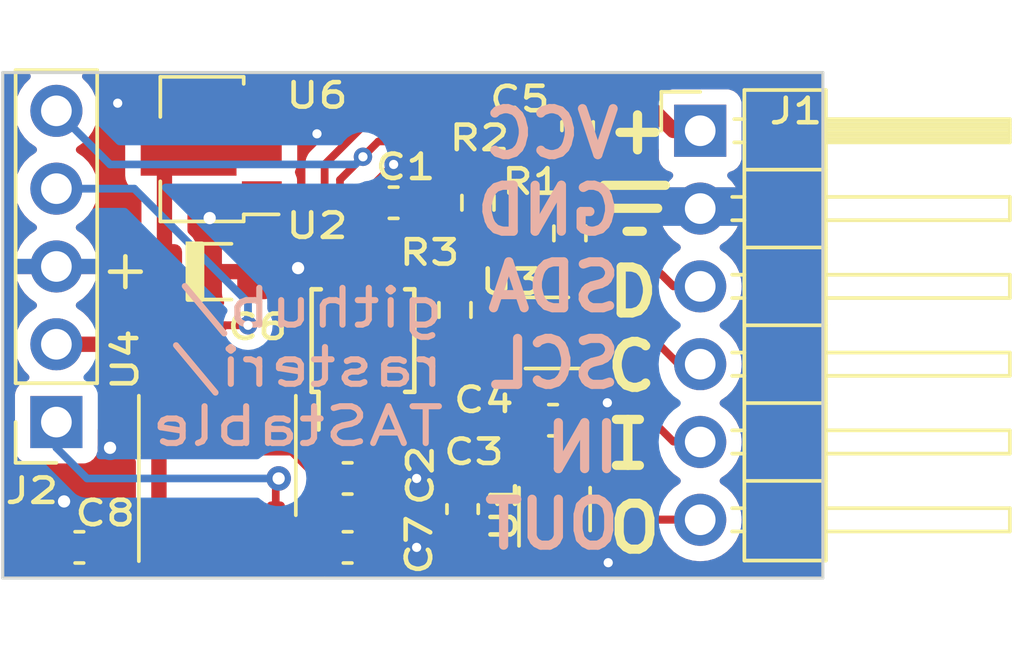
<source format=kicad_pcb>
(kicad_pcb (version 20221018) (generator pcbnew)
  (layers (0 "F.Cu" signal) (31 "B.Cu" signal) (34 "B.Paste" user) (35 "F.Paste" user) (36 "B.SilkS" user "B.Silkscreen") (37 "F.SilkS" user "F.Silkscreen") (38 "B.Mask" user) (39 "F.Mask" user) (44 "Edge.Cuts" user))
  (net 0 "")
  (net 1 "+3.3V")
  (net 2 "GND")
  (net 3 "Net-(U2-CLK_OUT)")
  (net 5 "Net-(U2-CLK_IN)")
  (net 6 "Net-(U2-XTO)")
  (net 7 "Net-(U2-AD0{slash}~{CS})")
  (net 8 "/I2C_SDA")
  (net 9 "/21MHz_IN")
  (net 10 "/I2C_SCL")
  (net 11 "Net-(J1-Pin_6)")
  (net 14 "+5V")
  (net 15 "/MCLR")
  (net 16 "/ICSPDAT")
  (footprint "Package_SO:MSOP-10_3x3mm_P0.5mm" (layer "F.Cu") (at 130.25 100.5 90)
    (fp_text reference "U2" (at 3.75 -1.5) (layer "F.SilkS") (effects (font (size 0.8 1))))
    (fp_text value "CS2300-CP")
    (fp_line (start -1.675 -1.675) (end -1.675 -1.45) (stroke (width 0.15)) (layer "F.SilkS"))
    (fp_line (start -1.675 -1.675) (end 1.675 -1.675) (stroke (width 0.15)) (layer "F.SilkS"))
    (fp_line (start -1.675 -1.45) (end -2.9 -1.45) (stroke (width 0.15)) (layer "F.SilkS"))
    (fp_line (start -1.675 1.675) (end -1.675 1.375) (stroke (width 0.15)) (layer "F.SilkS"))
    (fp_line (start -1.675 1.675) (end 1.675 1.675) (stroke (width 0.15)) (layer "F.SilkS"))
    (fp_line (start 1.675 -1.675) (end 1.675 -1.375) (stroke (width 0.15)) (layer "F.SilkS"))
    (fp_line (start 1.675 1.675) (end 1.675 1.375) (stroke (width 0.15)) (layer "F.SilkS"))
    (pad "1" smd rect (at -2.2 -1 90) (size 1.4 0.3) (layers "F.Cu" "F.Paste" "F.Mask") (net 1 "+3.3V"))
    (pad "2" smd rect (at -2.2 -0.5 90) (size 1.4 0.3) (layers "F.Cu" "F.Paste" "F.Mask") (net 2 "GND"))
    (pad "3" smd rect (at -2.2 0 90) (size 1.4 0.3) (layers "F.Cu" "F.Paste" "F.Mask") (net 3 "Net-(U2-CLK_OUT)"))
    (pad "4" smd rect (at -2.2 0.5 90) (size 1.4 0.3) (layers "F.Cu" "F.Paste" "F.Mask"))
    (pad "5" smd rect (at -2.2 1 90) (size 1.4 0.3) (layers "F.Cu" "F.Paste" "F.Mask") (net 5 "Net-(U2-CLK_IN)"))
    (pad "6" smd rect (at 2.2 1 90) (size 1.4 0.3) (layers "F.Cu" "F.Paste" "F.Mask") (net 6 "Net-(U2-XTO)"))
    (pad "7" smd rect (at 2.2 0.5 90) (size 1.4 0.3) (layers "F.Cu" "F.Paste" "F.Mask") (net 2 "GND"))
    (pad "8" smd rect (at 2.2 0 90) (size 1.4 0.3) (layers "F.Cu" "F.Paste" "F.Mask") (net 7 "Net-(U2-AD0{slash}~{CS})"))
    (pad "9" smd rect (at 2.2 -0.5 90) (size 1.4 0.3) (layers "F.Cu" "F.Paste" "F.Mask") (net 10 "/I2C_SCL"))
    (pad "10" smd rect (at 2.2 -1 90) (size 1.4 0.3) (layers "F.Cu" "F.Paste" "F.Mask") (net 8 "/I2C_SDA"))
  )
  (footprint "Capacitor_SMD:C_0603_1608Metric" (layer "F.Cu") (at 136.45 103.1)
    (fp_text reference "C4" (at -2.261095 -0.665315 180) (layer "F.SilkS") (effects (font (size 0.8 1))))
    (fp_text value "100nF")
    (fp_line (start -0.14058 -0.51) (end 0.14058 -0.51) (stroke (width 0.12)) (layer "F.SilkS"))
    (fp_line (start -0.14058 0.51) (end 0.14058 0.51) (stroke (width 0.12)) (layer "F.SilkS"))
    (pad "1" smd roundrect (at -0.775 0) (size 0.9 0.95) (layers "F.Cu" "F.Paste" "F.Mask") (net 1 "+3.3V"))
    (pad "2" smd roundrect (at 0.775 0) (size 0.9 0.95) (layers "F.Cu" "F.Paste" "F.Mask") (net 2 "GND"))
  )
  (footprint "Connector_PinHeader_2.54mm:PinHeader_1x06_P2.54mm_Horizontal" (layer "F.Cu") (at 141.25 93.65)
    (fp_text reference "J1" (at 3.125 -0.64) (layer "F.SilkS") (effects (font (size 0.8 1))))
    (fp_text value "Conn_01x06_Pin")
    (fp_line (start -1.27 -1.27) (end 0 -1.27) (stroke (width 0.12)) (layer "F.SilkS"))
    (fp_line (start -1.27 0) (end -1.27 -1.27) (stroke (width 0.12)) (layer "F.SilkS"))
    (fp_line (start 1.042929 2.16) (end 1.44 2.16) (stroke (width 0.12)) (layer "F.SilkS"))
    (fp_line (start 1.042929 2.92) (end 1.44 2.92) (stroke (width 0.12)) (layer "F.SilkS"))
    (fp_line (start 1.042929 4.7) (end 1.44 4.7) (stroke (width 0.12)) (layer "F.SilkS"))
    (fp_line (start 1.042929 5.46) (end 1.44 5.46) (stroke (width 0.12)) (layer "F.SilkS"))
    (fp_line (start 1.042929 7.24) (end 1.44 7.24) (stroke (width 0.12)) (layer "F.SilkS"))
    (fp_line (start 1.042929 8) (end 1.44 8) (stroke (width 0.12)) (layer "F.SilkS"))
    (fp_line (start 1.042929 9.78) (end 1.44 9.78) (stroke (width 0.12)) (layer "F.SilkS"))
    (fp_line (start 1.042929 10.54) (end 1.44 10.54) (stroke (width 0.12)) (layer "F.SilkS"))
    (fp_line (start 1.042929 12.32) (end 1.44 12.32) (stroke (width 0.12)) (layer "F.SilkS"))
    (fp_line (start 1.042929 13.08) (end 1.44 13.08) (stroke (width 0.12)) (layer "F.SilkS"))
    (fp_line (start 1.11 -0.38) (end 1.44 -0.38) (stroke (width 0.12)) (layer "F.SilkS"))
    (fp_line (start 1.11 0.38) (end 1.44 0.38) (stroke (width 0.12)) (layer "F.SilkS"))
    (fp_line (start 1.44 -1.33) (end 1.44 14.03) (stroke (width 0.12)) (layer "F.SilkS"))
    (fp_line (start 1.44 1.27) (end 4.1 1.27) (stroke (width 0.12)) (layer "F.SilkS"))
    (fp_line (start 1.44 3.81) (end 4.1 3.81) (stroke (width 0.12)) (layer "F.SilkS"))
    (fp_line (start 1.44 6.35) (end 4.1 6.35) (stroke (width 0.12)) (layer "F.SilkS"))
    (fp_line (start 1.44 8.89) (end 4.1 8.89) (stroke (width 0.12)) (layer "F.SilkS"))
    (fp_line (start 1.44 11.43) (end 4.1 11.43) (stroke (width 0.12)) (layer "F.SilkS"))
    (fp_line (start 1.44 14.03) (end 4.1 14.03) (stroke (width 0.12)) (layer "F.SilkS"))
    (fp_line (start 4.1 -1.33) (end 1.44 -1.33) (stroke (width 0.12)) (layer "F.SilkS"))
    (fp_line (start 4.1 -0.38) (end 10.1 -0.38) (stroke (width 0.12)) (layer "F.SilkS"))
    (fp_line (start 4.1 -0.32) (end 10.1 -0.32) (stroke (width 0.12)) (layer "F.SilkS"))
    (fp_line (start 4.1 -0.2) (end 10.1 -0.2) (stroke (width 0.12)) (layer "F.SilkS"))
    (fp_line (start 4.1 -0.08) (end 10.1 -0.08) (stroke (width 0.12)) (layer "F.SilkS"))
    (fp_line (start 4.1 0.04) (end 10.1 0.04) (stroke (width 0.12)) (layer "F.SilkS"))
    (fp_line (start 4.1 0.16) (end 10.1 0.16) (stroke (width 0.12)) (layer "F.SilkS"))
    (fp_line (start 4.1 0.28) (end 10.1 0.28) (stroke (width 0.12)) (layer "F.SilkS"))
    (fp_line (start 4.1 2.16) (end 10.1 2.16) (stroke (width 0.12)) (layer "F.SilkS"))
    (fp_line (start 4.1 4.7) (end 10.1 4.7) (stroke (width 0.12)) (layer "F.SilkS"))
    (fp_line (start 4.1 7.24) (end 10.1 7.24) (stroke (width 0.12)) (layer "F.SilkS"))
    (fp_line (start 4.1 9.78) (end 10.1 9.78) (stroke (width 0.12)) (layer "F.SilkS"))
    (fp_line (start 4.1 12.32) (end 10.1 12.32) (stroke (width 0.12)) (layer "F.SilkS"))
    (fp_line (start 4.1 14.03) (end 4.1 -1.33) (stroke (width 0.12)) (layer "F.SilkS"))
    (fp_line (start 10.1 -0.38) (end 10.1 0.38) (stroke (width 0.12)) (layer "F.SilkS"))
    (fp_line (start 10.1 0.38) (end 4.1 0.38) (stroke (width 0.12)) (layer "F.SilkS"))
    (fp_line (start 10.1 2.16) (end 10.1 2.92) (stroke (width 0.12)) (layer "F.SilkS"))
    (fp_line (start 10.1 2.92) (end 4.1 2.92) (stroke (width 0.12)) (layer "F.SilkS"))
    (fp_line (start 10.1 4.7) (end 10.1 5.46) (stroke (width 0.12)) (layer "F.SilkS"))
    (fp_line (start 10.1 5.46) (end 4.1 5.46) (stroke (width 0.12)) (layer "F.SilkS"))
    (fp_line (start 10.1 7.24) (end 10.1 8) (stroke (width 0.12)) (layer "F.SilkS"))
    (fp_line (start 10.1 8) (end 4.1 8) (stroke (width 0.12)) (layer "F.SilkS"))
    (fp_line (start 10.1 9.78) (end 10.1 10.54) (stroke (width 0.12)) (layer "F.SilkS"))
    (fp_line (start 10.1 10.54) (end 4.1 10.54) (stroke (width 0.12)) (layer "F.SilkS"))
    (fp_line (start 10.1 12.32) (end 10.1 13.08) (stroke (width 0.12)) (layer "F.SilkS"))
    (fp_line (start 10.1 13.08) (end 4.1 13.08) (stroke (width 0.12)) (layer "F.SilkS"))
    (pad "1" thru_hole rect (at 0 0) (size 1.7 1.7) (drill 1) (layers "*.Cu" "*.Mask") (net 14 "+5V"))
    (pad "2" thru_hole oval (at 0 2.54) (size 1.7 1.7) (drill 1) (layers "*.Cu" "*.Mask") (net 2 "GND"))
    (pad "3" thru_hole oval (at 0 5.08) (size 1.7 1.7) (drill 1) (layers "*.Cu" "*.Mask") (net 8 "/I2C_SDA"))
    (pad "4" thru_hole oval (at 0 7.62) (size 1.7 1.7) (drill 1) (layers "*.Cu" "*.Mask") (net 10 "/I2C_SCL"))
    (pad "5" thru_hole oval (at 0 10.16) (size 1.7 1.7) (drill 1) (layers "*.Cu" "*.Mask") (net 9 "/21MHz_IN"))
    (pad "6" thru_hole oval (at 0 12.7) (size 1.7 1.7) (drill 1) (layers "*.Cu" "*.Mask") (net 11 "Net-(J1-Pin_6)"))
  )
  (footprint "Resistor_SMD:R_0603_1608Metric" (layer "F.Cu") (at 133.25 99.5 90)
    (fp_text reference "R3" (at 1.873399 -0.829586 180) (layer "F.SilkS") (effects (font (size 0.8 1))))
    (fp_text value "4.7K")
    (fp_line (start -0.237258 -0.5225) (end 0.237258 -0.5225) (stroke (width 0.12)) (layer "F.SilkS"))
    (fp_line (start -0.237258 0.5225) (end 0.237258 0.5225) (stroke (width 0.12)) (layer "F.SilkS"))
    (pad "1" smd roundrect (at -0.825 0 90) (size 0.8 0.95) (layers "F.Cu" "F.Paste" "F.Mask") (net 1 "+3.3V"))
    (pad "2" smd roundrect (at 0.825 0 90) (size 0.8 0.95) (layers "F.Cu" "F.Paste" "F.Mask") (net 7 "Net-(U2-AD0{slash}~{CS})"))
  )
  (footprint "Package_TO_SOT_SMD:SOT-353_SC-70-5" (layer "F.Cu") (at 136.25 100.25 180)
    (fp_text reference "U3" (at 1.169714 1.66801 180) (layer "F.SilkS") (effects (font (size 0.8 1))))
    (fp_text value "74LVC1G14")
    (fp_line (start -0.7 1.16) (end 0.7 1.16) (stroke (width 0.12)) (layer "F.SilkS"))
    (fp_line (start 0.7 -1.16) (end -1.2 -1.16) (stroke (width 0.12)) (layer "F.SilkS"))
    (pad "1" smd rect (at -0.95 -0.65 180) (size 0.65 0.4) (layers "F.Cu" "F.Paste" "F.Mask"))
    (pad "2" smd rect (at -0.95 0 180) (size 0.65 0.4) (layers "F.Cu" "F.Paste" "F.Mask") (net 9 "/21MHz_IN"))
    (pad "3" smd rect (at -0.95 0.65 180) (size 0.65 0.4) (layers "F.Cu" "F.Paste" "F.Mask") (net 2 "GND"))
    (pad "4" smd rect (at 0.95 0.65 180) (size 0.65 0.4) (layers "F.Cu" "F.Paste" "F.Mask") (net 5 "Net-(U2-CLK_IN)"))
    (pad "5" smd rect (at 0.95 -0.65 180) (size 0.65 0.4) (layers "F.Cu" "F.Paste" "F.Mask") (net 1 "+3.3V"))
  )
  (footprint "Package_SO:SOIC-8_3.9x4.9mm_P1.27mm" (layer "F.Cu") (at 125.5 104.25 90)
    (fp_text reference "U4" (at 3.119016 -3.007181 270) (layer "F.SilkS") (effects (font (size 0.8 1))))
    (fp_text value "PIC16LF15313")
    (fp_line (start 0 -2.56) (end -3.45 -2.56) (stroke (width 0.12)) (layer "F.SilkS"))
    (fp_line (start 0 -2.56) (end 1.95 -2.56) (stroke (width 0.12)) (layer "F.SilkS"))
    (fp_line (start 0 2.56) (end -1.95 2.56) (stroke (width 0.12)) (layer "F.SilkS"))
    (fp_line (start 0 2.56) (end 1.95 2.56) (stroke (width 0.12)) (layer "F.SilkS"))
    (pad "1" smd roundrect (at -2.475 -1.905 90) (size 1.95 0.6) (layers "F.Cu" "F.Paste" "F.Mask") (net 1 "+3.3V"))
    (pad "2" smd roundrect (at -2.475 -0.635 90) (size 1.95 0.6) (layers "F.Cu" "F.Paste" "F.Mask"))
    (pad "3" smd roundrect (at -2.475 0.635 90) (size 1.95 0.6) (layers "F.Cu" "F.Paste" "F.Mask"))
    (pad "4" smd roundrect (at -2.475 1.905 90) (size 1.95 0.6) (layers "F.Cu" "F.Paste" "F.Mask") (net 15 "/MCLR"))
    (pad "5" smd roundrect (at 2.475 1.905 90) (size 1.95 0.6) (layers "F.Cu" "F.Paste" "F.Mask") (net 8 "/I2C_SDA"))
    (pad "6" smd roundrect (at 2.475 0.635 90) (size 1.95 0.6) (layers "F.Cu" "F.Paste" "F.Mask") (net 10 "/I2C_SCL"))
    (pad "7" smd roundrect (at 2.475 -0.635 90) (size 1.95 0.6) (layers "F.Cu" "F.Paste" "F.Mask") (net 16 "/ICSPDAT"))
    (pad "8" smd roundrect (at 2.475 -1.905 90) (size 1.95 0.6) (layers "F.Cu" "F.Paste" "F.Mask") (net 2 "GND"))
  )
  (footprint "Capacitor_SMD:C_0603_1608Metric" (layer "F.Cu") (at 121 107.25 180)
    (fp_text reference "C8" (at -0.842645 1.117969) (layer "F.SilkS") (effects (font (size 0.8 1))))
    (fp_text value "100nF")
    (fp_line (start -0.14058 -0.51) (end 0.14058 -0.51) (stroke (width 0.12)) (layer "F.SilkS"))
    (fp_line (start -0.14058 0.51) (end 0.14058 0.51) (stroke (width 0.12)) (layer "F.SilkS"))
    (pad "1" smd roundrect (at -0.775 0 180) (size 0.9 0.95) (layers "F.Cu" "F.Paste" "F.Mask") (net 1 "+3.3V"))
    (pad "2" smd roundrect (at 0.775 0 180) (size 0.9 0.95) (layers "F.Cu" "F.Paste" "F.Mask") (net 2 "GND"))
  )
  (footprint "Resistor_SMD:R_0603_1608Metric" (layer "F.Cu") (at 134 96 90)
    (fp_text reference "R2" (at 2.1139 0.048488) (layer "F.SilkS") (effects (font (size 0.8 1))))
    (fp_text value "4.7K")
    (fp_line (start -0.237258 -0.5225) (end 0.237258 -0.5225) (stroke (width 0.12)) (layer "F.SilkS"))
    (fp_line (start -0.237258 0.5225) (end 0.237258 0.5225) (stroke (width 0.12)) (layer "F.SilkS"))
    (pad "1" smd roundrect (at -0.825 0 90) (size 0.8 0.95) (layers "F.Cu" "F.Paste" "F.Mask") (net 1 "+3.3V"))
    (pad "2" smd roundrect (at 0.825 0 90) (size 0.8 0.95) (layers "F.Cu" "F.Paste" "F.Mask") (net 10 "/I2C_SCL"))
  )
  (footprint "Resistor_SMD:R_0603_1608Metric" (layer "F.Cu") (at 137 97 90)
    (fp_text reference "R1" (at 1.689274 -1.236564 180) (layer "F.SilkS") (effects (font (size 0.8 1))))
    (fp_text value "4.7K")
    (fp_line (start -0.237258 -0.5225) (end 0.237258 -0.5225) (stroke (width 0.12)) (layer "F.SilkS"))
    (fp_line (start -0.237258 0.5225) (end 0.237258 0.5225) (stroke (width 0.12)) (layer "F.SilkS"))
    (pad "1" smd roundrect (at -0.825 0 90) (size 0.8 0.95) (layers "F.Cu" "F.Paste" "F.Mask") (net 1 "+3.3V"))
    (pad "2" smd roundrect (at 0.825 0 90) (size 0.8 0.95) (layers "F.Cu" "F.Paste" "F.Mask") (net 8 "/I2C_SDA"))
  )
  (footprint "Capacitor_SMD:C_0603_1608Metric" (layer "F.Cu") (at 129.75 105)
    (fp_text reference "C2" (at 2.374195 -0.102695 -90) (layer "F.SilkS") (effects (font (size 0.8 1))))
    (fp_text value "100nF")
    (fp_line (start -0.14058 -0.51) (end 0.14058 -0.51) (stroke (width 0.12)) (layer "F.SilkS"))
    (fp_line (start -0.14058 0.51) (end 0.14058 0.51) (stroke (width 0.12)) (layer "F.SilkS"))
    (pad "1" smd roundrect (at -0.775 0) (size 0.9 0.95) (layers "F.Cu" "F.Paste" "F.Mask") (net 1 "+3.3V"))
    (pad "2" smd roundrect (at 0.775 0) (size 0.9 0.95) (layers "F.Cu" "F.Paste" "F.Mask") (net 2 "GND"))
  )
  (footprint "Capacitor_SMD:C_1206_3216Metric" (layer "F.Cu") (at 125.25 98.25)
    (fp_text reference "C6" (at 1.557574 1.80286) (layer "F.SilkS") (effects (font (size 0.8 1))))
    (fp_text value "22uF Tantalum")
    (fp_line (start -0.711252 -0.91) (end 0.711252 -0.91) (stroke (width 0.12)) (layer "F.SilkS"))
    (fp_line (start -0.711252 0.91) (end 0.711252 0.91) (stroke (width 0.12)) (layer "F.SilkS"))
    (pad "1" smd roundrect (at -1.475 0) (size 1.15 1.8) (layers "F.Cu" "F.Paste" "F.Mask") (roundrect_rratio 0.2173913043) (net 1 "+3.3V"))
    (pad "2" smd roundrect (at 1.475 0) (size 1.15 1.8) (layers "F.Cu" "F.Paste" "F.Mask") (roundrect_rratio 0.2173913043) (net 2 "GND"))
  )
  (footprint "Capacitor_SMD:C_0603_1608Metric" (layer "F.Cu") (at 131.25 96)
    (fp_text reference "C1" (at 0.386156 -1.168862 180) (layer "F.SilkS") (effects (font (size 0.8 1))))
    (fp_text value "100nF")
    (fp_line (start -0.14058 -0.51) (end 0.14058 -0.51) (stroke (width 0.12)) (layer "F.SilkS"))
    (fp_line (start -0.14058 0.51) (end 0.14058 0.51) (stroke (width 0.12)) (layer "F.SilkS"))
    (pad "1" smd roundrect (at -0.775 0) (size 0.9 0.95) (layers "F.Cu" "F.Paste" "F.Mask") (net 2 "GND"))
    (pad "2" smd roundrect (at 0.775 0) (size 0.9 0.95) (layers "F.Cu" "F.Paste" "F.Mask") (net 6 "Net-(U2-XTO)"))
  )
  (footprint "Package_TO_SOT_SMD:SOT-353_SC-70-5" (layer "F.Cu") (at 136.5 106 90)
    (fp_text reference "U1" (at -0.066318 -1.653135 270) (layer "F.SilkS") (effects (font (size 0.8 1))))
    (fp_text value "74HCT1G04")
    (fp_line (start -0.7 1.16) (end 0.7 1.16) (stroke (width 0.12)) (layer "F.SilkS"))
    (fp_line (start 0.7 -1.16) (end -1.2 -1.16) (stroke (width 0.12)) (layer "F.SilkS"))
    (pad "1" smd rect (at -0.95 -0.65 90) (size 0.65 0.4) (layers "F.Cu" "F.Paste" "F.Mask"))
    (pad "2" smd rect (at -0.95 0 90) (size 0.65 0.4) (layers "F.Cu" "F.Paste" "F.Mask") (net 3 "Net-(U2-CLK_OUT)"))
    (pad "3" smd rect (at -0.95 0.65 90) (size 0.65 0.4) (layers "F.Cu" "F.Paste" "F.Mask") (net 2 "GND"))
    (pad "4" smd rect (at 0.95 0.65 90) (size 0.65 0.4) (layers "F.Cu" "F.Paste" "F.Mask") (net 11 "Net-(J1-Pin_6)"))
    (pad "5" smd rect (at 0.95 -0.65 90) (size 0.65 0.4) (layers "F.Cu" "F.Paste" "F.Mask") (net 1 "+3.3V"))
  )
  (footprint "Package_TO_SOT_SMD:SOT-89-3" (layer "F.Cu") (at 125 94.25 180)
    (fp_text reference "U6" (at -3.75 1.75) (layer "F.SilkS") (effects (font (size 0.8 1))))
    (fp_text value "AZ1117-3.3")
    (fp_line (start -2.5 -2.13) (end -1.36 -2.13) (stroke (width 0.12)) (layer "F.SilkS"))
    (fp_line (start -1.36 -2.36) (end -1.36 -2.13) (stroke (width 0.12)) (layer "F.SilkS"))
    (fp_line (start -1.36 -2.36) (end 1.36 -2.36) (stroke (width 0.12)) (layer "F.SilkS"))
    (fp_line (start -1.36 2.36) (end -1.36 2.13) (stroke (width 0.12)) (layer "F.SilkS"))
    (fp_line (start 1.36 -2.36) (end 1.36 -1.05) (stroke (width 0.12)) (layer "F.SilkS"))
    (fp_line (start 1.36 1.05) (end 1.36 2.36) (stroke (width 0.12)) (layer "F.SilkS"))
    (fp_line (start 1.36 2.36) (end -1.36 2.36) (stroke (width 0.12)) (layer "F.SilkS"))
    (pad "1" smd rect (at -1.95 -1.5 180) (size 1.3 0.9) (layers "F.Cu" "F.Paste" "F.Mask") (net 2 "GND"))
    (pad "2" smd custom (at -1.8625 0 180) (size 1.475 0.9) (layers "F.Cu" "F.Paste" "F.Mask") (net 1 "+3.3V") (options (clearance outline) (anchor rect)) (primitives (gr_poly (pts (xy 3.8625 0.8665) (xy 0.7375 0.8665) (xy 0.7375 -0.8665) (xy 3.8625 -0.8665)) (width 0) (fill yes))))
    (pad "3" smd rect (at -1.95 1.5 180) (size 1.3 0.9) (layers "F.Cu" "F.Paste" "F.Mask") (net 14 "+5V"))
  )
  (footprint "Capacitor_SMD:C_0603_1608Metric" (layer "F.Cu") (at 137.25 93.5 -90)
    (fp_text reference "C5" (at -0.882239 1.883434 -180) (layer "F.SilkS") (effects (font (size 0.8 1))))
    (fp_text value "1uF")
    (fp_line (start -0.14058 -0.51) (end 0.14058 -0.51) (stroke (width 0.12)) (layer "F.SilkS"))
    (fp_line (start -0.14058 0.51) (end 0.14058 0.51) (stroke (width 0.12)) (layer "F.SilkS"))
    (pad "1" smd roundrect (at -0.775 0 270) (size 0.9 0.95) (layers "F.Cu" "F.Paste" "F.Mask") (net 14 "+5V"))
    (pad "2" smd roundrect (at 0.775 0 270) (size 0.9 0.95) (layers "F.Cu" "F.Paste" "F.Mask") (net 2 "GND"))
  )
  (footprint "Connector_PinSocket_2.54mm:PinSocket_1x05_P2.54mm_Vertical" (layer "F.Cu") (at 120.25 103.16 180)
    (fp_text reference "J2" (at 0.79743 -2.242529) (layer "F.SilkS") (effects (font (size 0.8 1))))
    (fp_text value "ICSP")
    (fp_line (start -1.33 1.27) (end -1.33 11.49) (stroke (width 0.12)) (layer "F.SilkS"))
    (fp_line (start -1.33 1.27) (end 1.33 1.27) (stroke (width 0.12)) (layer "F.SilkS"))
    (fp_line (start -1.33 11.49) (end 1.33 11.49) (stroke (width 0.12)) (layer "F.SilkS"))
    (fp_line (start 0 -1.33) (end 1.33 -1.33) (stroke (width 0.12)) (layer "F.SilkS"))
    (fp_line (start 1.33 -1.33) (end 1.33 0) (stroke (width 0.12)) (layer "F.SilkS"))
    (fp_line (start 1.33 1.27) (end 1.33 11.49) (stroke (width 0.12)) (layer "F.SilkS"))
    (pad "1" thru_hole rect (at 0 0 180) (size 1.7 1.7) (drill 1) (layers "*.Cu" "*.Mask") (net 15 "/MCLR"))
    (pad "2" thru_hole oval (at 0 2.54 180) (size 1.7 1.7) (drill 1) (layers "*.Cu" "*.Mask") (net 1 "+3.3V"))
    (pad "3" thru_hole oval (at 0 5.08 180) (size 1.7 1.7) (drill 1) (layers "*.Cu" "*.Mask") (net 2 "GND"))
    (pad "4" thru_hole oval (at 0 7.62 180) (size 1.7 1.7) (drill 1) (layers "*.Cu" "*.Mask") (net 16 "/ICSPDAT"))
    (pad "5" thru_hole oval (at 0 10.16 180) (size 1.7 1.7) (drill 1) (layers "*.Cu" "*.Mask") (net 10 "/I2C_SCL"))
  )
  (footprint "Capacitor_SMD:C_0603_1608Metric" (layer "F.Cu") (at 129.75 107.25)
    (fp_text reference "C7" (at 2.329983 -0.086816 90) (layer "F.SilkS") (effects (font (size 0.8 1))))
    (fp_text value "1uF")
    (fp_line (start -0.14058 -0.51) (end 0.14058 -0.51) (stroke (width 0.12)) (layer "F.SilkS"))
    (fp_line (start -0.14058 0.51) (end 0.14058 0.51) (stroke (width 0.12)) (layer "F.SilkS"))
    (pad "1" smd roundrect (at -0.775 0) (size 0.9 0.95) (layers "F.Cu" "F.Paste" "F.Mask") (net 1 "+3.3V"))
    (pad "2" smd roundrect (at 0.775 0) (size 0.9 0.95) (layers "F.Cu" "F.Paste" "F.Mask") (net 2 "GND"))
  )
  (footprint "Capacitor_SMD:C_0603_1608Metric" (layer "F.Cu") (at 133.5 106 -90)
    (fp_text reference "C3" (at -1.8679 -0.36629) (layer "F.SilkS") (effects (font (size 0.8 1))))
    (fp_text value "100nF")
    (fp_line (start -0.14058 -0.51) (end 0.14058 -0.51) (stroke (width 0.12)) (layer "F.SilkS"))
    (fp_line (start -0.14058 0.51) (end 0.14058 0.51) (stroke (width 0.12)) (layer "F.SilkS"))
    (pad "1" smd roundrect (at -0.775 0 270) (size 0.9 0.95) (layers "F.Cu" "F.Paste" "F.Mask") (net 1 "+3.3V"))
    (pad "2" smd roundrect (at 0.775 0 270) (size 0.9 0.95) (layers "F.Cu" "F.Paste" "F.Mask") (net 2 "GND"))
  )
  (gr_line (start 138.862816 96.931345) (end 139.362816 96.931345) (stroke (width 0.3)) (layer "F.SilkS"))
  (gr_line (start 122 98.25) (end 123 98.25) (stroke (width 0.15)) (layer "F.SilkS"))
  (gr_line (start 138.362816 96.181345) (end 139.862816 96.181345) (stroke (width 0.3)) (layer "F.SilkS"))
  (gr_line (start 138.517047 103.073096) (end 139.267047 103.073096) (stroke (width 0.3)) (layer "F.SilkS"))
  (gr_line (start 122.5 97.75) (end 122.5 98.75) (stroke (width 0.15)) (layer "F.SilkS"))
  (gr_line (start 138.517047 104.573096) (end 139.267047 104.573096) (stroke (width 0.3)) (layer "F.SilkS"))
  (gr_line (start 138.112816 95.431345) (end 140.112816 95.431345) (stroke (width 0.3)) (layer "F.SilkS"))
  (gr_rect (start 124.538748 97.34) (end 125 99.16) (stroke (width 0.15)) (fill solid) (layer "F.SilkS"))
  (gr_line (start 138.892047 103.073096) (end 138.892047 104.573096) (stroke (width 0.3)) (layer "F.SilkS"))
  (gr_line (start 145.25 91.75) (end 118.5 91.75) (stroke (width 0.1)) (layer "Edge.Cuts"))
  (gr_line (start 145.25 108.25) (end 145.25 91.75) (stroke (width 0.1)) (layer "Edge.Cuts"))
  (gr_line (start 129 108.25) (end 118.5 108.25) (stroke (width 0.1)) (layer "Edge.Cuts"))
  (gr_line (start 129 108.25) (end 145.25 108.25) (stroke (width 0.1)) (layer "Edge.Cuts"))
  (gr_line (start 118.5 91.75) (end 118.5 108.25) (stroke (width 0.1)) (layer "Edge.Cuts"))
  (gr_text "SCL" (at 138.77738 101.25) (layer "B.SilkS") (effects (font (size 1.5 1.5) (thickness 0.3)) (justify left mirror)))
  (gr_text "IN" (at 138.75 104) (layer "B.SilkS") (effects (font (size 1.5 1.5) (thickness 0.3)) (justify left mirror)))
  (gr_text "VCC" (at 138.75 93.75) (layer "B.SilkS") (effects (font (size 1.5 1.5) (thickness 0.3)) (justify left mirror)))
  (gr_text "SDA" (at 138.77738 98.75) (layer "B.SilkS") (effects (font (size 1.5 1.5) (thickness 0.3)) (justify left mirror)))
  (gr_text "OUT" (at 138.75 106.5) (layer "B.SilkS") (effects (font (size 1.5 1.5) (thickness 0.3)) (justify left mirror)))
  (gr_text "GND" (at 138.77738 96.25) (layer "B.SilkS") (effects (font (size 1.5 1.5) (thickness 0.3)) (justify left mirror)))
  (gr_text "github/\nrasteri/\nTAStable" (at 133 104) (layer "B.SilkS") (effects (font (size 1.2 1.5) (thickness 0.2) bold) (justify left bottom mirror)))
  (gr_text "+" (at 138.079948 93.595431) (layer "F.SilkS") (effects (font (size 1.5 1.5) (thickness 0.3)) (justify left)))
  (gr_text "O" (at 138.124167 106.630851) (layer "F.SilkS") (effects (font (size 1.5 1.5) (thickness 0.3)) (justify left)))
  (gr_text "D" (at 138.118528 98.919543) (layer "F.SilkS") (effects (font (size 1.5 1.5) (thickness 0.3)) (justify left)))
  (gr_text "C" (at 138.059644 101.348478) (layer "F.SilkS") (effects (font (size 1.5 1.5) (thickness 0.3)) (justify left)))
  (segment (start 134.5 99) (end 133.25 100.25) (width 0.254) (layer "F.Cu") (net 1))
  (segment (start 128.975 106) (end 129.05 106.075) (width 0.5) (layer "F.Cu") (net 1))
  (segment (start 134 96.825) (end 135 97.825) (width 0.5) (layer "F.Cu") (net 1))
  (segment (start 124.5 94.25) (end 123.775 94.975) (width 0.5) (layer "F.Cu") (net 1))
  (segment (start 126.8625 94.25) (end 124.5 94.25) (width 0.5) (layer "F.Cu") (net 1))
  (segment (start 135.996 99.246) (end 135.75 99) (width 0.254) (layer "F.Cu") (net 1))
  (segment (start 132.575 101) (end 129.75 101) (width 0.25) (layer "F.Cu") (net 1))
  (segment (start 123.775 98.25) (end 123 98.25) (width 0.5) (layer "F.Cu") (net 1))
  (segment (start 128.975 105) (end 128.975 105.5) (width 0.5) (layer "F.Cu") (net 1))
  (segment (start 133.45 105.05) (end 135.85 105.05) (width 0.5) (layer "F.Cu") (net 1))
  (segment (start 123.07 107.25) (end 123.595 106.725) (width 0.5) (layer "F.Cu") (net 1))
  (segment (start 123.595 104.095) (end 123.69 104) (width 0.5) (layer "F.Cu") (net 1))
  (segment (start 129.75 101) (end 129.25 101.5) (width 0.25) (layer "F.Cu") (net 1))
  (segment (start 129.25 101.5) (end 129.25 105.225) (width 0.25) (layer "F.Cu") (net 1))
  (segment (start 121.775 107.25) (end 123.07 107.25) (width 0.5) (layer "F.Cu") (net 1))
  (segment (start 135.996 102.779) (end 135.996 99.246) (width 0.254) (layer "F.Cu") (net 1))
  (segment (start 135.675 103.1) (end 135.3 102.725) (width 0.254) (layer "F.Cu") (net 1))
  (segment (start 122.5 103) (end 123.595 104.095) (width 0.5) (layer "F.Cu") (net 1))
  (segment (start 135 99) (end 135 97.825) (width 0.254) (layer "F.Cu") (net 1))
  (segment (start 133.25 100.25) (end 133.25 100.325) (width 0.254) (layer "F.Cu") (net 1))
  (segment (start 123 98.25) (end 122.5 98.75) (width 0.5) (layer "F.Cu") (net 1))
  (segment (start 123.595 104.095) (end 123.595 104.905) (width 0.5) (layer "F.Cu") (net 1))
  (segment (start 120.25 100.62) (end 122.38 100.62) (width 0.5) (layer "F.Cu") (net 1))
  (segment (start 132.425 106.075) (end 133.45 105.05) (width 0.5) (layer "F.Cu") (net 1))
  (segment (start 135.675 103.1) (end 135.996 102.779) (width 0.254) (layer "F.Cu") (net 1))
  (segment (start 135.3 102.725) (end 135.3 100.9) (width 0.254) (layer "F.Cu") (net 1))
  (segment (start 135 99) (end 134.5 99) (width 0.254) (layer "F.Cu") (net 1))
  (segment (start 133.25 100.325) (end 132.575 101) (width 0.25) (layer "F.Cu") (net 1))
  (segment (start 128.975 107.25) (end 128.975 106) (width 0.5) (layer "F.Cu") (net 1))
  (segment (start 122.38 100.62) (end 122.5 100.5) (width 0.5) (layer "F.Cu") (net 1))
  (segment (start 129.25 105.225) (end 128.975 105.5) (width 0.25) (layer "F.Cu") (net 1))
  (segment (start 128.975 106) (end 128.975 105.5) (width 0.5) (layer "F.Cu") (net 1))
  (segment (start 122.5 100.5) (end 122.5 103) (width 0.5) (layer "F.Cu") (net 1))
  (segment (start 135 97.825) (end 137 97.825) (width 0.5) (layer "F.Cu") (net 1))
  (segment (start 123.775 94.975) (end 123.775 98.25) (width 0.5) (layer "F.Cu") (net 1))
  (segment (start 122.5 98.75) (end 122.5 100.5) (width 0.5) (layer "F.Cu") (net 1))
  (segment (start 129.05 106.075) (end 132.425 106.075) (width 0.5) (layer "F.Cu") (net 1))
  (segment (start 127.975 104) (end 128.975 105) (width 0.5) (layer "F.Cu") (net 1))
  (segment (start 123.595 106.725) (end 123.595 104.905) (width 0.5) (layer "F.Cu") (net 1))
  (segment (start 123.69 104) (end 127.975 104) (width 0.5) (layer "F.Cu") (net 1))
  (segment (start 135.75 99) (end 135 99) (width 0.254) (layer "F.Cu") (net 1))
  (segment (start 137.15 106.95) (end 137.15 107.65) (width 0.25) (layer "F.Cu") (net 2))
  (segment (start 137.65 103.1) (end 137.225 103.1) (width 0.254) (layer "F.Cu") (net 2))
  (segment (start 137.15 107.65) (end 137.25 107.75) (width 0.25) (layer "F.Cu") (net 2))
  (segment (start 138.220911 102.529089) (end 137.65 103.1) (width 0.254) (layer "F.Cu") (net 2))
  (segment (start 141.2775 96.19) (end 140.9675 96.5) (width 0.508) (layer "F.Cu") (net 2))
  (segment (start 142.7175 96.5) (end 141.7175 96.5) (width 0.508) (layer "F.Cu") (net 2))
  (segment (start 132 105) (end 130.525 105) (width 0.25) (layer "F.Cu") (net 2))
  (segment (start 137.225 102.475) (end 137.225 103.1) (width 0.254) (layer "F.Cu") (net 2))
  (segment (start 129.75 102.7) (end 129.75 104.225) (width 0.25) (layer "F.Cu") (net 2))
  (segment (start 141.3425 96.19) (end 141.3425 96.125) (width 0.508) (layer "F.Cu") (net 2))
  (segment (start 137.2 99.6) (end 136.671 99.6) (width 0.254) (layer "F.Cu") (net 2))
  (segment (start 130.75 96.525) (end 130.75 98.3) (width 0.254) (layer "F.Cu") (net 2))
  (segment (start 131.25 94.75) (end 130.475 95.525) (width 0.254) (layer "F.Cu") (net 2))
  (segment (start 140.9675 95.75) (end 139.9675 95.75) (width 0.508) (layer "F.Cu") (net 2))
  (segment (start 136.45 101.7) (end 137.225 102.475) (width 0.254) (layer "F.Cu") (net 2))
  (segment (start 141.3425 96.125) (end 140.9675 95.75) (width 0.508) (layer "F.Cu") (net 2))
  (segment (start 140.9675 96.5) (end 139.9675 96.5) (width 0.508) (layer "F.Cu") (net 2))
  (segment (start 129.75 104.225) (end 130.525 105) (width 0.25) (layer "F.Cu") (net 2))
  (segment (start 136.671 99.6) (end 136.45 99.821) (width 0.254) (layer "F.Cu") (net 2))
  (segment (start 142.7175 95.75) (end 141.7175 95.75) (width 0.508) (layer "F.Cu") (net 2))
  (segment (start 130.475 95.525) (end 130.475 96.25) (width 0.254) (layer "F.Cu") (net 2))
  (segment (start 141.3425 96.19) (end 141.2775 96.19) (width 0.508) (layer "F.Cu") (net 2))
  (segment (start 130.475 96.25) (end 130.75 96.525) (width 0.254) (layer "F.Cu") (net 2))
  (segment (start 136.45 99.821) (end 136.45 101.7) (width 0.254) (layer "F.Cu") (net 2))
  (via (at 131.25 94.75) (size 0.6) (drill 0.3) (layers "F.Cu" "B.Cu") (net 2))
  (via (at 132 105) (size 0.6) (drill 0.3) (layers "F.Cu" "B.Cu") (net 2))
  (via (at 128.133942 98.133544) (size 0.8) (drill 0.4) (layers "F.Cu" "B.Cu") (net 2))
  (via (at 138.25 107.75) (size 0.6) (drill 0.3) (layers "F.Cu" "B.Cu") (net 2))
  (via (at 128.75 93.75) (size 0.6) (drill 0.3) (layers "F.Cu" "B.Cu") (net 2))
  (via (at 132 107.25) (size 0.6) (drill 0.3) (layers "F.Cu" "B.Cu") (net 2))
  (via (at 125.25 96.5) (size 0.8) (drill 0.4) (layers "F.Cu" "B.Cu") (net 2))
  (via (at 122 104) (size 0.8) (drill 0.4) (layers "F.Cu" "B.Cu") (net 2))
  (via (at 122.25 92.75) (size 0.6) (drill 0.3) (layers "F.Cu" "B.Cu") (net 2))
  (via (at 120.5 105.75) (size 0.8) (drill 0.4) (layers "F.Cu" "B.Cu") (net 2))
  (via (at 138.220911 102.529089) (size 0.6) (drill 0.3) (layers "F.Cu" "B.Cu") (net 2))
  (segment (start 141.3425 95.875) (end 141.2175 95.75) (width 0.508) (layer "B.Cu") (net 2))
  (segment (start 141.0325 96.5) (end 139.9675 96.5) (width 0.508) (layer "B.Cu") (net 2))
  (segment (start 142.7175 96.5) (end 141.4675 96.5) (width 0.508) (layer "B.Cu") (net 2))
  (segment (start 141.3425 96.19) (end 141.3425 95.875) (width 0.508) (layer "B.Cu") (net 2))
  (segment (start 141.3425 96.19) (end 141.0325 96.5) (width 0.508) (layer "B.Cu") (net 2))
  (segment (start 142.7175 95.75) (end 141.4675 95.75) (width 0.508) (layer "B.Cu") (net 2))
  (segment (start 141.2175 95.75) (end 139.9675 95.75) (width 0.508) (layer "B.Cu") (net 2))
  (segment (start 130.25 102.7) (end 130.25 103.704) (width 0.254) (layer "F.Cu") (net 3))
  (segment (start 136.05 104.05) (end 136.5 104.5) (width 0.254) (layer "F.Cu") (net 3))
  (segment (start 130.596 104.05) (end 136.05 104.05) (width 0.254) (layer "F.Cu") (net 3))
  (segment (start 130.25 103.704) (end 130.596 104.05) (width 0.254) (layer "F.Cu") (net 3))
  (segment (start 136.5 104.5) (end 136.5 106.95) (width 0.254) (layer "F.Cu") (net 3))
  (segment (start 134.5 100.4) (end 134.5 101.95) (width 0.254) (layer "F.Cu") (net 5))
  (segment (start 133.75 102.7) (end 131.25 102.7) (width 0.254) (layer "F.Cu") (net 5))
  (segment (start 134.5 101.95) (end 133.75 102.7) (width 0.254) (layer "F.Cu") (net 5))
  (segment (start 135.3 99.6) (end 134.5 100.4) (width 0.254) (layer "F.Cu") (net 5))
  (segment (start 132.025 96.725) (end 131.25 97.5) (width 0.254) (layer "F.Cu") (net 6))
  (segment (start 131.25 97.5) (end 131.25 98.3) (width 0.254) (layer "F.Cu") (net 6))
  (segment (start 132.025 96.25) (end 132.025 96.725) (width 0.254) (layer "F.Cu") (net 6))
  (segment (start 130.25 99.5) (end 130.25 98.3) (width 0.254) (layer "F.Cu") (net 7))
  (segment (start 130.5 99.75) (end 130.25 99.5) (width 0.254) (layer "F.Cu") (net 7))
  (segment (start 132.175 99.75) (end 130.5 99.75) (width 0.254) (layer "F.Cu") (net 7))
  (segment (start 133.25 98.675) (end 132.175 99.75) (width 0.254) (layer "F.Cu") (net 7))
  (segment (start 140.005 98.35) (end 140.375 98.72) (width 0.25) (layer "F.Cu") (net 8))
  (segment (start 130.25 93.5) (end 134.5 93.5) (width 0.254) (layer "F.Cu") (net 8))
  (segment (start 127.405 100.47) (end 127.875 100) (width 0.254) (layer "F.Cu") (net 8))
  (segment (start 127.405 101.775) (end 127.405 100.47) (width 0.254) (layer "F.Cu") (net 8))
  (segment (start 129 96.75) (end 129 94.75) (width 0.254) (layer "F.Cu") (net 8))
  (segment (start 127.875 100) (end 128.5 100) (width 0.254) (layer "F.Cu") (net 8))
  (segment (start 129.25 97) (end 129 96.75) (width 0.254) (layer "F.Cu") (net 8))
  (segment (start 129 94.75) (end 130.25 93.5) (width 0.254) (layer "F.Cu") (net 8))
  (segment (start 129.25 99.25) (end 129.25 97) (width 0.254) (layer "F.Cu") (net 8))
  (segment (start 134.5 93.5) (end 137.25 96.25) (width 0.254) (layer "F.Cu") (net 8))
  (segment (start 140.375 98.73) (end 137.82 96.175) (width 0.254) (layer "F.Cu") (net 8))
  (segment (start 137.82 96.175) (end 137 96.175) (width 0.254) (layer "F.Cu") (net 8))
  (segment (start 128.5 100) (end 129.25 99.25) (width 0.254) (layer "F.Cu") (net 8))
  (segment (start 137.75 100.25) (end 137.2 100.25) (width 0.254) (layer "F.Cu") (net 9))
  (segment (start 138.5 101.925) (end 138.5 100.75) (width 0.25) (layer "F.Cu") (net 9))
  (segment (start 138 100.25) (end 137.75 100.25) (width 0.25) (layer "F.Cu") (net 9))
  (segment (start 138.5 100.75) (end 138 100.25) (width 0.25) (layer "F.Cu") (net 9))
  (segment (start 140.375 103.8) (end 138.5 101.925) (width 0.25) (layer "F.Cu") (net 9))
  (segment (start 129.75 98.3) (end 129.75 99.875) (width 0.25) (layer "F.Cu") (net 10))
  (segment (start 128 103.25) (end 126.5 103.25) (width 0.25) (layer "F.Cu") (net 10))
  (segment (start 130.25 94.5) (end 129.5 95.25) (width 0.25) (layer "F.Cu") (net 10))
  (segment (start 129.5 95.25) (end 129.5 96.5) (width 0.25) (layer "F.Cu") (net 10))
  (segment (start 140.54875 101.27) (end 141.25 101.27) (width 0.25) (layer "F.Cu") (net 10))
  (segment (start 138.5 97.75) (end 138.5 99.22125) (width 0.25) (layer "F.Cu") (net 10))
  (segment (start 126.135 102.885) (end 126.135 101.775) (width 0.25) (layer "F.Cu") (net 10))
  (segment (start 137.75 97) (end 138.5 97.75) (width 0.25) (layer "F.Cu") (net 10))
  (segment (start 128.396838 101.228162) (end 128.396838 102.853162) (width 0.25) (layer "F.Cu") (net 10))
  (segment (start 135.825 97) (end 137.75 97) (width 0.25) (layer "F.Cu") (net 10))
  (segment (start 128.396838 102.853162) (end 128 103.25) (width 0.25) (layer "F.Cu") (net 10))
  (segment (start 132.825 94) (end 135.825 97) (width 0.25) (layer "F.Cu") (net 10))
  (segment (start 130.25 94.5) (end 130.75 94) (width 0.25) (layer "F.Cu") (net 10))
  (segment (start 138.5 99.22125) (end 140.54875 101.27) (width 0.25) (layer "F.Cu") (net 10))
  (segment (start 129.5 96.5) (end 129.75 96.75) (width 0.25) (layer "F.Cu") (net 10))
  (segment (start 126.5 103.25) (end 126.135 102.885) (width 0.25) (layer "F.Cu") (net 10))
  (segment (start 129.75 99.875) (end 128.396838 101.228162) (width 0.25) (layer "F.Cu") (net 10))
  (segment (start 129.75 96.75) (end 129.75 98.3) (width 0.25) (layer "F.Cu") (net 10))
  (segment (start 130.75 94) (end 132.825 94) (width 0.25) (layer "F.Cu") (net 10))
  (via (at 130.25 94.5) (size 0.6) (drill 0.3) (layers "F.Cu" "B.Cu") (net 10))
  (segment (start 122 94.75) (end 120.25 93) (width 0.25) (layer "B.Cu") (net 10))
  (segment (start 130 94.75) (end 122 94.75) (width 0.25) (layer "B.Cu") (net 10))
  (segment (start 130.25 94.5) (end 130 94.75) (width 0.25) (layer "B.Cu") (net 10))
  (segment (start 139.89 106.34) (end 140.375 106.34) (width 0.254) (layer "F.Cu") (net 11))
  (segment (start 137.15 105.05) (end 137.55 105.05) (width 0.25) (layer "F.Cu") (net 11))
  (segment (start 137.55 105.05) (end 138.85 106.35) (width 0.25) (layer "F.Cu") (net 11))
  (segment (start 138.85 106.35) (end 140.375 106.35) (width 0.25) (layer "F.Cu") (net 11))
  (segment (start 137.225 92.75) (end 126.95 92.75) (width 0.5) (layer "F.Cu") (net 14))
  (segment (start 139.46 92.725) (end 140.375 93.64) (width 0.5) (layer "F.Cu") (net 14))
  (segment (start 137.25 92.725) (end 137.225 92.75) (width 0.5) (layer "F.Cu") (net 14))
  (segment (start 137.25 92.725) (end 139.46 92.725) (width 0.5) (layer "F.Cu") (net 14))
  (segment (start 127.405 106.725) (end 127.405 105.095) (width 0.25) (layer "F.Cu") (net 15))
  (segment (start 127.405 105.095) (end 127.5 105) (width 0.25) (layer "F.Cu") (net 15))
  (via (at 127.5 105) (size 0.8) (drill 0.4) (layers "F.Cu" "B.Cu") (net 15))
  (segment (start 120.25 104) (end 120.25 103.16) (width 0.25) (layer "B.Cu") (net 15))
  (segment (start 127.5 105) (end 121.25 105) (width 0.25) (layer "B.Cu") (net 15))
  (segment (start 121.25 105) (end 120.25 104) (width 0.25) (layer "B.Cu") (net 15))
  (segment (start 124.865 100.885) (end 124.865 101.775) (width 0.254) (layer "F.Cu") (net 16))
  (segment (start 125.75 100) (end 124.865 100.885) (width 0.254) (layer "F.Cu") (net 16))
  (segment (start 126.5 100) (end 125.75 100) (width 0.254) (layer "F.Cu") (net 16))
  (via (at 126.5 100) (size 0.6) (drill 0.3) (layers "F.Cu" "B.Cu") (net 16))
  (segment (start 126.5 99.25) (end 122.79 95.54) (width 0.254) (layer "B.Cu") (net 16))
  (segment (start 126.5 100) (end 126.5 99.25) (width 0.254) (layer "B.Cu") (net 16))
  (segment (start 122.79 95.54) (end 120.25 95.54) (width 0.254) (layer "B.Cu") (net 16))
  (zone (net 2) (net_name "GND") (layers "F&B.Cu") (connect_pads (clearance 0.5)) (min_thickness 0.25) (fill yes (thermal_gap 0.5) (thermal_bridge_width 0.5))
    (polygon (pts (xy 118.5 91.75) (xy 145.25 91.75) (xy 145.25 108.25) (xy 118.5 108.25)))
  )
)
</source>
